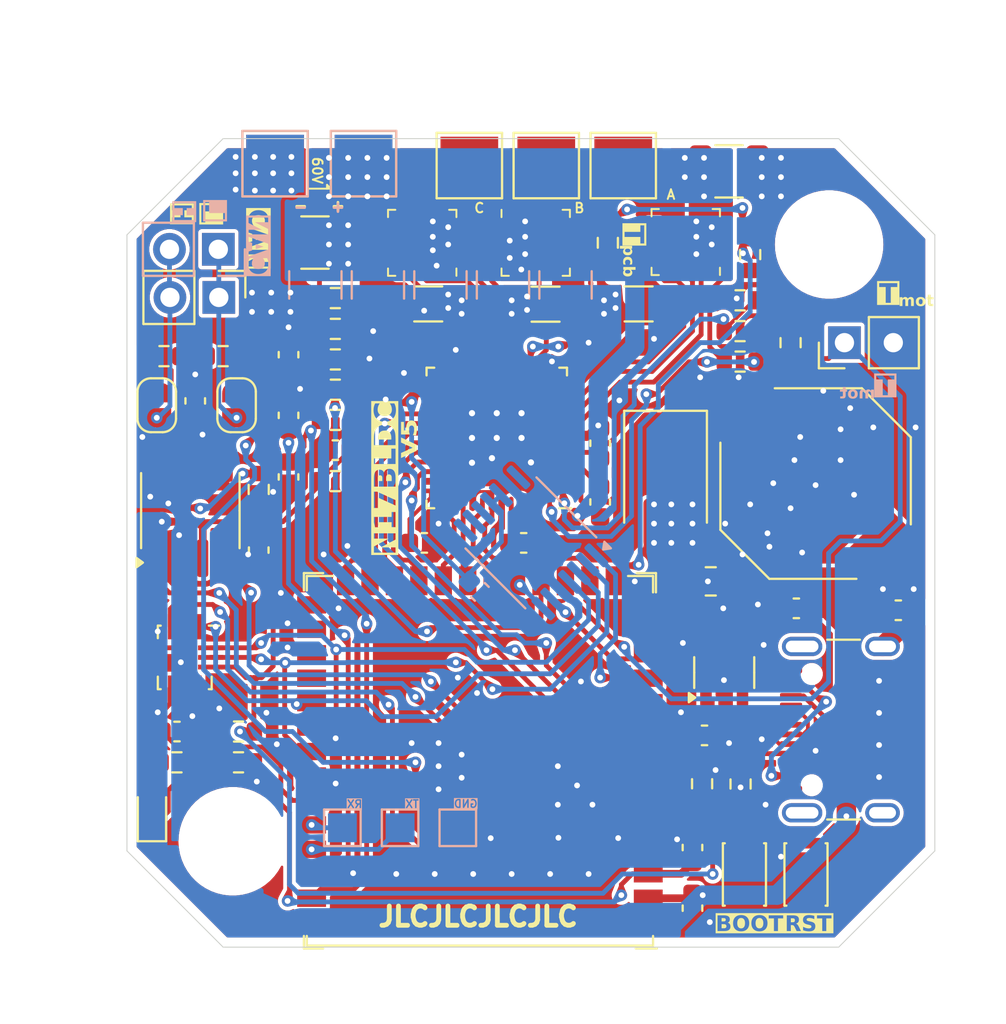
<source format=kicad_pcb>
(kicad_pcb
	(version 20241229)
	(generator "pcbnew")
	(generator_version "9.0")
	(general
		(thickness 1.6)
		(legacy_teardrops no)
	)
	(paper "A4")
	(title_block
		(comment 4 "AISLER Project ID: YMBROGBB")
	)
	(layers
		(0 "F.Cu" signal)
		(2 "B.Cu" signal)
		(9 "F.Adhes" user "F.Adhesive")
		(11 "B.Adhes" user "B.Adhesive")
		(13 "F.Paste" user)
		(15 "B.Paste" user)
		(5 "F.SilkS" user "F.Silkscreen")
		(7 "B.SilkS" user "B.Silkscreen")
		(1 "F.Mask" user)
		(3 "B.Mask" user)
		(17 "Dwgs.User" user "User.Drawings")
		(19 "Cmts.User" user "User.Comments")
		(21 "Eco1.User" user "User.Eco1")
		(23 "Eco2.User" user "User.Eco2")
		(25 "Edge.Cuts" user)
		(27 "Margin" user)
		(31 "F.CrtYd" user "F.Courtyard")
		(29 "B.CrtYd" user "B.Courtyard")
		(35 "F.Fab" user)
		(33 "B.Fab" user)
		(39 "User.1" user)
		(41 "User.2" user)
		(43 "User.3" user)
		(45 "User.4" user)
		(47 "User.5" user)
		(49 "User.6" user)
		(51 "User.7" user)
		(53 "User.8" user)
		(55 "User.9" user)
	)
	(setup
		(stackup
			(layer "F.SilkS"
				(type "Top Silk Screen")
			)
			(layer "F.Paste"
				(type "Top Solder Paste")
			)
			(layer "F.Mask"
				(type "Top Solder Mask")
				(thickness 0.01)
			)
			(layer "F.Cu"
				(type "copper")
				(thickness 0.035)
			)
			(layer "dielectric 1"
				(type "core")
				(thickness 1.51)
				(material "FR4")
				(epsilon_r 4.5)
				(loss_tangent 0.02)
			)
			(layer "B.Cu"
				(type "copper")
				(thickness 0.035)
			)
			(layer "B.Mask"
				(type "Bottom Solder Mask")
				(thickness 0.01)
			)
			(layer "B.Paste"
				(type "Bottom Solder Paste")
			)
			(layer "B.SilkS"
				(type "Bottom Silk Screen")
			)
			(copper_finish "None")
			(dielectric_constraints no)
		)
		(pad_to_mask_clearance 0)
		(allow_soldermask_bridges_in_footprints no)
		(tenting front back)
		(pcbplotparams
			(layerselection 0x00000000_00000000_55555555_5755f5ff)
			(plot_on_all_layers_selection 0x00000000_00000000_00000000_00000000)
			(disableapertmacros no)
			(usegerberextensions no)
			(usegerberattributes yes)
			(usegerberadvancedattributes yes)
			(creategerberjobfile yes)
			(dashed_line_dash_ratio 12.000000)
			(dashed_line_gap_ratio 3.000000)
			(svgprecision 4)
			(plotframeref no)
			(mode 1)
			(useauxorigin no)
			(hpglpennumber 1)
			(hpglpenspeed 20)
			(hpglpendiameter 15.000000)
			(pdf_front_fp_property_popups yes)
			(pdf_back_fp_property_popups yes)
			(pdf_metadata yes)
			(pdf_single_document no)
			(dxfpolygonmode yes)
			(dxfimperialunits yes)
			(dxfusepcbnewfont yes)
			(psnegative no)
			(psa4output no)
			(plot_black_and_white yes)
			(sketchpadsonfab no)
			(plotpadnumbers no)
			(hidednponfab no)
			(sketchdnponfab yes)
			(crossoutdnponfab yes)
			(subtractmaskfromsilk no)
			(outputformat 1)
			(mirror no)
			(drillshape 1)
			(scaleselection 1)
			(outputdirectory "")
		)
	)
	(net 0 "")
	(net 1 "/CAN_Vref")
	(net 2 "GND")
	(net 3 "Net-(U2-EN)")
	(net 4 "Net-(U6-DVDD)")
	(net 5 "Vdrive")
	(net 6 "Net-(U6-VCP)")
	(net 7 "+3.3V")
	(net 8 "/B_D+")
	(net 9 "INHC")
	(net 10 "Net-(U6-CB)")
	(net 11 "Net-(U6-CPH)")
	(net 12 "INHA")
	(net 13 "Net-(U6-CPL)")
	(net 14 "/B_D-")
	(net 15 "Net-(J1-CC2)")
	(net 16 "Net-(D2-A)")
	(net 17 "SOA")
	(net 18 "MOTA")
	(net 19 "SOB")
	(net 20 "SOC")
	(net 21 "unconnected-(J1-SBU2-PadB8)")
	(net 22 "MOTB")
	(net 23 "unconnected-(J1-SBU1-PadA8)")
	(net 24 "Net-(J1-CC1)")
	(net 25 "MOTC")
	(net 26 "INHB")
	(net 27 "/SPA")
	(net 28 "SPI_CLK")
	(net 29 "Net-(JP1-B)")
	(net 30 "SPI_DRV_nCS")
	(net 31 "SPI_MISO")
	(net 32 "R_TERM_EXT")
	(net 33 "R_TERM_PCB")
	(net 34 "/GHA")
	(net 35 "/GLA")
	(net 36 "/SPB")
	(net 37 "V_sense")
	(net 38 "/GHB")
	(net 39 "/GLB")
	(net 40 "Net-(JP2-B)")
	(net 41 "/SPC")
	(net 42 "/Shield")
	(net 43 "/ESD_B_D-")
	(net 44 "/ESD_B_D+")
	(net 45 "Net-(U1-Rs)")
	(net 46 "/V_USB")
	(net 47 "SPI_MISO_DRV")
	(net 48 "/CAN_L")
	(net 49 "/CAN_H")
	(net 50 "/CAN_TX")
	(net 51 "/CAN_RX")
	(net 52 "Net-(U6-EN_BUCK)")
	(net 53 "A")
	(net 54 "B")
	(net 55 "/GHC")
	(net 56 "/GLC")
	(net 57 "/SOA_UNFILTERED")
	(net 58 "/SOB_UNFILTERED")
	(net 59 "/SOC_UNFILTERED")
	(net 60 "Net-(U6-FB)")
	(net 61 "DRV_nFAULT")
	(net 62 "DRV_EN")
	(net 63 "HIZ")
	(net 64 "CAL")
	(net 65 "SPI_CLK_DRV")
	(net 66 "Net-(D1-K)")
	(net 67 "unconnected-(U2-IO36-Pad29)")
	(net 68 "LED")
	(net 69 "/RX")
	(net 70 "/TX")
	(net 71 "unconnected-(U2-IO35-Pad28)")
	(net 72 "SPI_MOSI_DRV")
	(net 73 "SPI_ENC_nCS")
	(net 74 "unconnected-(U2-IO37-Pad30)")
	(net 75 "unconnected-(U4-U-Pad10)")
	(net 76 "unconnected-(U4-V-Pad9)")
	(net 77 "unconnected-(U4-I{slash}PWM-Pad14)")
	(net 78 "ACC_INT")
	(net 79 "SPI_ACC_nCS")
	(net 80 "unconnected-(U4-W{slash}PWM-Pad8)")
	(net 81 "unconnected-(U5-NC-Pad2)")
	(net 82 "unconnected-(U5-NC-Pad10)")
	(net 83 "unconnected-(U5-NC-Pad11)")
	(net 84 "unconnected-(U5-NC-Pad3)")
	(net 85 "unconnected-(U5-INT2-Pad9)")
	(net 86 "SPI_MOSI")
	(net 87 "unconnected-(U2-IO41-Pad34)")
	(footprint "Resistor_SMD:R_0603_1608Metric" (layer "F.Cu") (at 81.875 60))
	(footprint "Resistor_SMD:R_0603_1608Metric" (layer "F.Cu") (at 79.9 83.5125 -90))
	(footprint "Resistor_SMD:R_0603_1608Metric" (layer "F.Cu") (at 52.6 82.4 180))
	(footprint "PCM_Espressif:ESP32-S3-WROOM-1U" (layer "F.Cu") (at 68.35 82.47 180))
	(footprint "Capacitor_SMD:C_0603_1608Metric" (layer "F.Cu") (at 74.6 68.875 90))
	(footprint "Resistor_SMD:R_0603_1608Metric" (layer "F.Cu") (at 60.832421 61.471134))
	(footprint "Capacitor_SMD:C_0603_1608Metric" (layer "F.Cu") (at 79.4 89.975 -90))
	(footprint "Jumper:SolderJumper-2_P1.3mm_Open_RoundedPad1.0x1.5mm" (layer "F.Cu") (at 55.7 63.849999 90))
	(footprint "Connector_PinHeader_2.54mm:PinHeader_1x02_P2.54mm_Vertical" (layer "F.Cu") (at 87.3 60.6 90))
	(footprint "Resistor_SMD:R_1206_3216Metric" (layer "F.Cu") (at 76.6 58.5875 180))
	(footprint "DRV8313PWP:VQFN-48_EP_7x7_Pitch0.5mm_RGZ0048A" (layer "F.Cu") (at 69.225 65.55 180))
	(footprint "Capacitor_SMD:C_0603_1608Metric" (layer "F.Cu") (at 79.4 86.825 90))
	(footprint "Capacitor_SMD:C_1210_3225Metric" (layer "F.Cu") (at 59.775001 55.4 180))
	(footprint "Resistor_SMD:R_1206_3216Metric" (layer "F.Cu") (at 71.7625 58.6 180))
	(footprint "Capacitor_SMD:C_0603_1608Metric" (layer "F.Cu") (at 58.4 61.225 90))
	(footprint "Resistor_SMD:R_0603_1608Metric_Pad0.98x0.95mm_HandSolder" (layer "F.Cu") (at 75 55.4125 -90))
	(footprint "Capacitor_SMD:C_0603_1608Metric" (layer "F.Cu") (at 84.8 74.4 180))
	(footprint "Jumper:SolderJumper-2_P1.3mm_Open_RoundedPad1.0x1.5mm" (layer "F.Cu") (at 51.55 63.849999 90))
	(footprint "Capacitor_SMD:C_0805_2012Metric" (layer "F.Cu") (at 80.35 73 180))
	(footprint "DUALMOSFETS:PowerPAIR_3x3S_BWL" (layer "F.Cu") (at 65.35 55.4125 180))
	(footprint "Resistor_SMD:R_0603_1608Metric" (layer "F.Cu") (at 81.9 83.525 90))
	(footprint "Connector_PinHeader_2.54mm:PinHeader_1x02_P2.54mm_Vertical" (layer "F.Cu") (at 54.775 58.25 -90))
	(footprint "TestPoint:TestPoint_Pad_3.0x3.0mm" (layer "F.Cu") (at 67.8 51.4 180))
	(footprint "TestPoint:TestPoint_Pad_3.0x3.0mm" (layer "F.Cu") (at 71.8 51.4 180))
	(footprint "Resistor_SMD:R_0603_1608Metric" (layer "F.Cu") (at 82.4 56.025 90))
	(footprint "Capacitor_SMD:C_0603_1608Metric" (layer "F.Cu") (at 74.6 65.825 -90))
	(footprint "Resistor_SMD:R_0603_1608Metric" (layer "F.Cu") (at 60.832421 59.884533))
	(footprint "TestPoint:TestPoint_Pad_3.0x3.0mm" (layer "F.Cu") (at 62.3 51.3 -90))
	(footprint "Button_Switch_SMD:SW_SPST_CK_KXT3" (layer "F.Cu") (at 85.3 88.225001 90))
	(footprint "Resistor_SMD:R_0603_1608Metric" (layer "F.Cu") (at 81.875 58.4))
	(footprint "Capacitor_SMD:C_0603_1608Metric" (layer "F.Cu") (at 52.6 80.8))
	(footprint "Resistor_SMD:R_0603_1608Metric" (layer "F.Cu") (at 55.8 82.4 180))
	(footprint "ICM-42670-P:LGA-14_2.5x3x0.76mm" (layer "F.Cu") (at 53.005 76.95 -90))
	(footprint "DUALMOSFETS:PowerPAIR_3x3S_BWL" (layer "F.Cu") (at 71.25 55.4125))
	(footprint "Capacitor_SMD:C_0603_1608Metric" (layer "F.Cu") (at 53.55 63.625 -90))
	(footprint "TestPoint:TestPoint_Pad_3.0x3.0mm" (layer "F.Cu") (at 57.7 51.3 -90))
	(footprint "Resistor_SMD:R_0603_1608Metric"
		(layer "F.Cu")
		(uuid "8fbb6d8f-f753-4b59-a7fb-c6de397ac836")
		(at 55 61.3)
		(descr "Resistor SMD 0603 (1608 Metric), square (rectangular) end terminal, IPC-7351 nominal, (Body size source: IPC-SM-782 page 72, https://www.pcb-3d.com/wordpress/wp-content/uploads/ipc-sm-782a_amendment_1_and_2.pdf), generated with kicad-footprint-generator")
		(tags "resistor")
		(property "Reference" "R2"
			(at 0 -1.43 0)
			(layer "F.SilkS")
			(hide yes)
			(uuid "6450b0de-1919-4218-a4c0-65c03dee318f")
			(effects
				(font
					(size 1 1)
					(thickness 0.15)
				)
			)
		)
		(property "Value" "60R"
			(at 0 1.43 0)
			(layer "F.Fab")
			(uuid "b2a623f9-6019-4743-9957-c46b87f3dff4")
			(effects
				(font
					(size 1 1)
					(thickness 0.15)
				)
			)
		)
		(property "Datasheet" "~"
			(at 0 0 0)
			(layer "F.Fab")
			(hide yes)
			(uuid "e4592220-ea8b-45d0-835f-2ca09ebd93b1")
			(effects
				(font
					(size 1.27 1.27)
					(thickness 0.15)
				)
			)
		)
		(property "Description" ""
			(at 0 0 0)
			(layer "F.Fab")
			(hide yes)
			(uuid "f1736f8f-055c-4e87-96a1-34eaef42e169")
			(effects
				(font
					(size 1.27 1.27)
					(thickness 0.15)
				)
			)
		)
		(property "LCSC" "C23186"
			(at 0 0 0)
			(unlocked yes)
			(layer "F.Fab")
			(hide yes)
			(uuid "cdfc8a3d-d408-421f-a738-36f6e2b8d3b2")
			(effects
				(font
					(size 1 1)
					(thickness 0.15)
				)
			)
		)
		(property ki_fp_filters "R_*")
		(path "/2d149d98-0e61-4826-be8c-53777ddf34bd")
		(sheetname "/")
		(sheetfile "stepper-closed-loop.kicad_sch")
		(attr smd)
		(fp_line
			(start -0.237258 -0.5225)
			(end 0.237258 -0.5225)
			(stroke
				(width 0.12)
				(type solid)
			)
			(layer "F.SilkS")
			(uuid "f8c01113-5e28-457c-80ca-262f7f9b5a3a")
		)
		(fp_line
			(start -0.237258 0.5225)
			(end 0.237258 0.5225)
			(stroke
				(width 0.12)
				(type solid)
			)
			(layer "F.SilkS")
			(uuid "97c7bbc6-7a2f-4882-a6af-3dae72d0eca5")
		)
		(fp_line
			(start -1.48 -0.73)
			(end 1.48 -0.73)
			(stroke
				(width 0.05)
				(type solid)
			)
			(layer "F.CrtYd")
			(uuid "d8110ca9-e08a-40b3-b3ec-8370df353181")
		)
		(fp_line
			(start -1.48 0.73)
			(end -1.48 -0.73)
			(stroke
				(width 0.05)
				(type solid)
			)
			(layer "F.CrtYd")
			(uuid "18d0cb81-598f-44e5-96e1-51273aa6cb48")
		)
		(fp_line
			(start 1.48 -0.73)
			(end 1.48 0.73)
			(stroke
				(width 0.05)
				(type solid)
			)
			(layer "F.CrtYd")
			(uuid "e7609b9a-68cc-49a4-b81f-dc86b26eeec8")
		)
		(fp_line
			(start 1.48 0.73)
			(end -1.48 0.73)
			(stroke
				(width 0.05)
				(type solid)
			)
			(layer "F.CrtYd")
			(uuid "ce001f64-803f-4cff-824a-59f172a34e78")
		)
		(fp_line
			(start -0.8 -0.4125)
			(end 0.8 -0.4125)
			(stroke
				(width 0.1)
				(type solid)
			)
			(layer "F.Fab")
			(uuid "592815db-163c-4752-8f97-150adbea9370")
		)
		(fp_line
		
... [922100 chars truncated]
</source>
